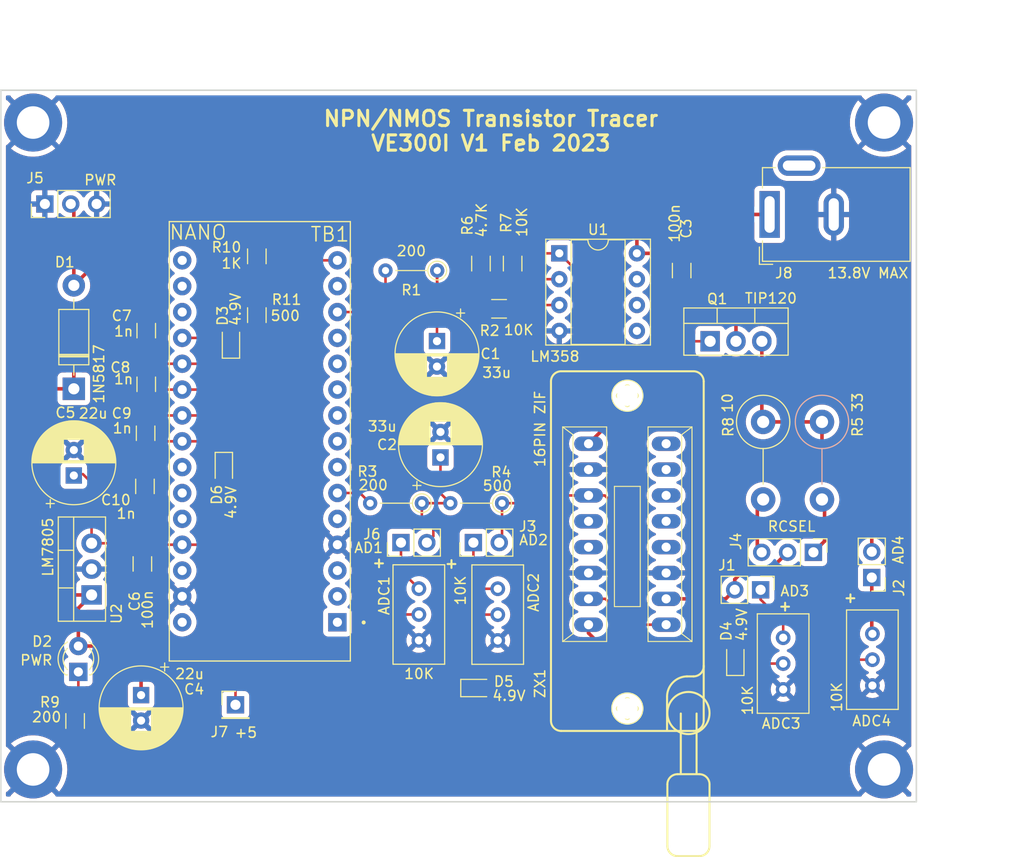
<source format=kicad_pcb>
(kicad_pcb (version 20211014) (generator pcbnew)
  (layers (0 "F.Cu" signal) (31 "B.Cu" signal) (34 "B.Paste" user) (35 "F.Paste" user) (36 "B.SilkS" user "B.Silkscreen") (37 "F.SilkS" user "F.Silkscreen") (38 "B.Mask" user) (39 "F.Mask" user) (44 "Edge.Cuts" user))
  (net 0 "")
  (net 1 "5V")
  (net 2 "GND")
  (net 3 "Net-(C2-Pad1)")
  (net 4 "12V")
  (net 5 "Net-(ADC1-Pad3)")
  (net 6 "Net-(D2-Pad1)")
  (net 7 "Net-(J4-Pad1)")
  (net 8 "Vc")
  (net 9 "Net-(J4-Pad3)")
  (net 10 "Net-(Q1-Pad1)")
  (net 11 "Net-(ADC3-Pad3)")
  (net 12 "Net-(R1-Pad2)")
  (net 13 "SUPPLY")
  (net 14 "Net-(R3-Pad2)")
  (net 15 "BASE{slash}GATE")
  (net 16 "Net-(R6-Pad2)")
  (net 17 "ADC4")
  (net 18 "ADC3")
  (net 19 "ADC2")
  (net 20 "ADC1")
  (net 42 "Net-(C1-Pad1)")
  (net 51 "Net-(ADC4-Pad3)")
  (net 52 "Net-(ADC2-Pad3)")
  (net 53 "VIN")
  (net 54 "Net-(J2-Pad2)")
  (net 55 "Net-(R10-Pad1)")
  (footprint "Capacitor_SMD:C_1206_3216Metric" (layer "F.Cu") (at 98.552 74.041 90)
    (fp_text reference "C7" (at 1.4605 -2.413 180) (layer "F.SilkS"))
    (fp_text value "1n" (at -0.0635 -2.2225 180) (layer "F.SilkS"))
    (pad "1" smd roundrect (at -1.475 0 90) (size 1.15 1.8) (layers "F.Cu" "F.Paste" "F.Mask") (roundrect_rratio 0.217391) (net 20 "ADC1"))
    (pad "2" smd roundrect (at 1.475 0 90) (size 1.15 1.8) (layers "F.Cu" "F.Paste" "F.Mask") (roundrect_rratio 0.217391) (net 2 "GND"))
  )
  (footprint "MountingHole:MountingHole_3.2mm_M3_ISO7380_Pad_TopBottom" (layer "F.Cu") (at 171.0055 117.1575)
    (fp_text reference "H4" hide)
    (fp_text value "MountingHole" hide)
    (pad "1" connect circle (at 0 0) (size 5.7 5.7) (layers "B.Cu" "B.Mask") (net 2 "GND"))
    (pad "1" connect circle (at 0 0) (size 5.7 5.7) (layers "F.Cu" "F.Mask") (net 2 "GND"))
    (pad "1" thru_hole circle (at 0 0) (size 3.6 3.6) (drill 3.2) (layers *.Cu *.Mask) (net 2 "GND"))
  )
  (footprint "Diode_THT:D_DO-41_SOD81_P10.16mm_Horizontal" (layer "F.Cu") (at 91.44 79.756 90)
    (fp_text reference "D1" (at 12.446 -0.889 180) (layer "F.SilkS"))
    (fp_text value "1N5817" (at 1.4605 2.4765 90) (layer "F.SilkS"))
    (pad "1" thru_hole rect (at 0 0 90) (size 2.2 2.2) (drill 1.1) (layers *.Cu *.Mask) (net 4 "12V"))
    (pad "2" thru_hole oval (at 10.16 0 90) (size 2.2 2.2) (drill 1.1) (layers *.Cu *.Mask) (net 53 "VIN"))
  )
  (footprint "MountingHole:MountingHole_3.2mm_M3_ISO7380_Pad_TopBottom" (layer "F.Cu") (at 87.4395 117.1575)
    (fp_text reference "H1" hide)
    (fp_text value "MountingHole" hide)
    (pad "1" thru_hole circle (at 0 0) (size 3.6 3.6) (drill 3.2) (layers *.Cu *.Mask) (net 2 "GND"))
    (pad "1" connect circle (at 0 0) (size 5.7 5.7) (layers "F.Cu" "F.Mask") (net 2 "GND"))
    (pad "1" connect circle (at 0 0) (size 5.7 5.7) (layers "B.Cu" "B.Mask") (net 2 "GND"))
  )
  (footprint "Resistor_SMD:R_1206_3216Metric_Pad1.30x1.75mm_HandSolder" (layer "F.Cu") (at 109.4105 72.517 -90)
    (fp_text reference "R11" (at -1.524 -2.921 180) (layer "F.SilkS"))
    (fp_text value "500" (at 0.0635 -2.794 180) (layer "F.SilkS"))
    (pad "1" smd roundrect (at -1.55 0 270) (size 1.3 1.75) (layers "F.Cu" "F.Paste" "F.Mask") (roundrect_rratio 0.1923076923) (net 55 "Net-(R10-Pad1)"))
    (pad "2" smd roundrect (at 1.55 0 270) (size 1.3 1.75) (layers "F.Cu" "F.Paste" "F.Mask") (roundrect_rratio 0.1923076923) (net 2 "GND"))
  )
  (footprint "Capacitor_SMD:C_1206_3216Metric" (layer "F.Cu") (at 98.425 89.3445 -90)
    (fp_text reference "C10" (at 1.3335 2.8575 180) (layer "F.SilkS"))
    (fp_text value "1n" (at 2.667 1.8415 180) (layer "F.SilkS"))
    (pad "1" smd roundrect (at -1.475 0 270) (size 1.15 1.8) (layers "F.Cu" "F.Paste" "F.Mask") (roundrect_rratio 0.217391) (net 17 "ADC4"))
    (pad "2" smd roundrect (at 1.475 0 270) (size 1.15 1.8) (layers "F.Cu" "F.Paste" "F.Mask") (roundrect_rratio 0.217391) (net 2 "GND"))
  )
  (footprint "Capacitor_THT:CP_Radial_D8.0mm_P2.50mm" (layer "F.Cu") (at 127.4445 86.496651 90)
    (fp_text reference "C2" (at 1.25 -5.25) (layer "F.SilkS"))
    (fp_text value "33u" (at 3.048 -5.715) (layer "F.SilkS"))
    (pad "1" thru_hole rect (at 0 0 90) (size 1.6 1.6) (drill 0.8) (layers *.Cu *.Mask) (net 3 "Net-(C2-Pad1)"))
    (pad "2" thru_hole circle (at 2.5 0 90) (size 1.6 1.6) (drill 0.8) (layers *.Cu *.Mask) (net 2 "GND"))
  )
  (footprint "Capacitor_SMD:C_1206_3216Metric" (layer "F.Cu") (at 98.171 96.9645 -90)
    (fp_text reference "C6" (at 3.6685 0.762 90) (layer "F.SilkS"))
    (fp_text value "100n" (at 4.494 -0.508 90) (layer "F.SilkS"))
    (pad "1" smd roundrect (at -1.475 0 270) (size 1.15 1.8) (layers "F.Cu" "F.Paste" "F.Mask") (roundrect_rratio 0.2173913043) (net 1 "5V"))
    (pad "2" smd roundrect (at 1.475 0 270) (size 1.15 1.8) (layers "F.Cu" "F.Paste" "F.Mask") (roundrect_rratio 0.2173913043) (net 2 "GND"))
  )
  (footprint "Package_DIP:DIP-8_W7.62mm_Socket" (layer "F.Cu") (at 139.114 66.4455)
    (fp_text reference "U1" (at 3.81 -2.33) (layer "F.SilkS"))
    (fp_text value "LM358" (at -0.43 10.1355) (layer "F.SilkS"))
    (pad "1" thru_hole rect (at 0 0) (size 1.6 1.6) (drill 0.8) (layers *.Cu *.Mask) (net 10 "Net-(Q1-Pad1)"))
    (pad "2" thru_hole oval (at 0 2.54) (size 1.6 1.6) (drill 0.8) (layers *.Cu *.Mask) (net 16 "Net-(R6-Pad2)"))
    (pad "3" thru_hole oval (at 0 5.08) (size 1.6 1.6) (drill 0.8) (layers *.Cu *.Mask) (net 13 "SUPPLY"))
    (pad "4" thru_hole oval (at 0 7.62) (size 1.6 1.6) (drill 0.8) (layers *.Cu *.Mask) (net 2 "GND"))
    (pad "5" thru_hole oval (at 7.62 7.62) (size 1.6 1.6) (drill 0.8) (layers *.Cu *.Mask))
    (pad "6" thru_hole oval (at 7.62 5.08) (size 1.6 1.6) (drill 0.8) (layers *.Cu *.Mask))
    (pad "7" thru_hole oval (at 7.62 2.54) (size 1.6 1.6) (drill 0.8) (layers *.Cu *.Mask))
    (pad "8" thru_hole oval (at 7.62 0) (size 1.6 1.6) (drill 0.8) (layers *.Cu *.Mask) (net 4 "12V"))
  )
  (footprint "Connector_PinHeader_2.54mm:PinHeader_1x02_P2.54mm_Vertical" (layer "F.Cu") (at 169.799 98.303 180)
    (fp_text reference "J2" (at -2.667 -1.011 90) (layer "F.SilkS"))
    (fp_text value "AD4" (at -2.6035 2.7305 90) (layer "F.SilkS"))
    (pad "1" thru_hole rect (at 0 0 180) (size 1.7 1.7) (drill 1) (layers *.Cu *.Mask) (net 51 "Net-(ADC4-Pad3)"))
    (pad "2" thru_hole oval (at 0 2.54 180) (size 1.7 1.7) (drill 1) (layers *.Cu *.Mask) (net 54 "Net-(J2-Pad2)"))
  )
  (footprint "Connector_PinHeader_2.54mm:PinHeader_1x02_P2.54mm_Vertical" (layer "F.Cu") (at 123.566 94.869 90)
    (fp_text reference "J6" (at 0.8255 -2.8525 180) (layer "F.SilkS"))
    (fp_text value "AD1" (at -0.508 -3.17 180) (layer "F.SilkS"))
    (pad "1" thru_hole rect (at 0 0 90) (size 1.7 1.7) (drill 1) (layers *.Cu *.Mask) (net 5 "Net-(ADC1-Pad3)"))
    (pad "2" thru_hole oval (at 0 2.54 90) (size 1.7 1.7) (drill 1) (layers *.Cu *.Mask) (net 3 "Net-(C2-Pad1)"))
  )
  (footprint "Connector_PinHeader_2.54mm:PinHeader_1x03_P2.54mm_Vertical" (layer "F.Cu") (at 88.5975 61.595 90)
    (fp_text reference "J5" (at 2.54 -0.9675 180) (layer "F.SilkS"))
    (fp_text value "PWR" (at 2.3495 5.446 180) (layer "F.SilkS"))
    (pad "1" thru_hole rect (at 0 0 90) (size 1.7 1.7) (drill 1) (layers *.Cu *.Mask) (net 2 "GND"))
    (pad "2" thru_hole oval (at 0 2.54 90) (size 1.7 1.7) (drill 1) (layers *.Cu *.Mask) (net 53 "VIN"))
    (pad "3" thru_hole oval (at 0 5.08 90) (size 1.7 1.7) (drill 1) (layers *.Cu *.Mask) (net 2 "GND"))
  )
  (footprint "Capacitor_SMD:C_1206_3216Metric_Pad1.33x1.80mm_HandSolder" (layer "F.Cu") (at 151.13 68.1355 -90)
    (fp_text reference "C3" (at -4.1275 -0.4445 90) (layer "F.SilkS"))
    (fp_text value "100n" (at -4.6355 0.6985 90) (layer "F.SilkS"))
    (pad "1" smd roundrect (at -1.5625 0 270) (size 1.325 1.8) (layers "F.Cu" "F.Paste" "F.Mask") (roundrect_rratio 0.1886792453) (net 4 "12V"))
    (pad "2" smd roundrect (at 1.5625 0 270) (size 1.325 1.8) (layers "F.Cu" "F.Paste" "F.Mask") (roundrect_rratio 0.1886792453) (net 2 "GND"))
  )
  (footprint "Resistor_SMD:R_1206_3216Metric_Pad1.30x1.75mm_HandSolder" (layer "F.Cu") (at 133.1985 71.8965)
    (fp_text reference "R2" (at -0.928 2.1445) (layer "F.SilkS"))
    (fp_text value "10K" (at 1.9295 2.081) (layer "F.SilkS"))
    (pad "1" smd roundrect (at -1.55 0) (size 1.3 1.75) (layers "F.Cu" "F.Paste" "F.Mask") (roundrect_rratio 0.1923076923) (net 42 "Net-(C1-Pad1)"))
    (pad "2" smd roundrect (at 1.55 0) (size 1.3 1.75) (layers "F.Cu" "F.Paste" "F.Mask") (roundrect_rratio 0.1923076923) (net 13 "SUPPLY"))
  )
  (footprint "Capacitor_SMD:C_1206_3216Metric" (layer "F.Cu") (at 98.4885 84.123 -90)
    (fp_text reference "C9" (at -1.954 2.3495 180) (layer "F.SilkS"))
    (fp_text value "1n" (at -0.4935 2.286 180) (layer "F.SilkS"))
    (pad "1" smd roundrect (at -1.475 0 270) (size 1.15 1.8) (layers "F.Cu" "F.Paste" "F.Mask") (roundrect_rratio 0.217391) (net 18 "ADC3"))
    (pad "2" smd roundrect (at 1.475 0 270) (size 1.15 1.8) (layers "F.Cu" "F.Paste" "F.Mask") (roundrect_rratio 0.217391) (net 2 "GND"))
  )
  (footprint "Capacitor_THT:CP_Radial_D8.0mm_P2.50mm" (layer "F.Cu") (at 98.044 109.855 -90)
    (fp_text reference "C4" (at -0.5715 -5.207) (layer "F.SilkS"))
    (fp_text value "22u" (at -2.085849 -4.7625) (layer "F.SilkS"))
    (pad "1" thru_hole rect (at 0 0 270) (size 1.6 1.6) (drill 0.8) (layers *.Cu *.Mask) (net 4 "12V"))
    (pad "2" thru_hole circle (at 2.5 0 270) (size 1.6 1.6) (drill 0.8) (layers *.Cu *.Mask) (net 2 "GND"))
  )
  (footprint "Package_TO_SOT_THT:TO-220-3_Vertical" (layer "F.Cu") (at 153.924 75.0845)
    (fp_text reference "Q1" (at 0.6985 -4.155 180) (layer "F.SilkS"))
    (fp_text value "TIP120" (at 5.969 -4.2185 180) (layer "F.SilkS"))
    (pad "1" thru_hole rect (at 0 0) (size 1.905 2) (drill 1.1) (layers *.Cu *.Mask) (net 10 "Net-(Q1-Pad1)"))
    (pad "2" thru_hole oval (at 2.54 0) (size 1.905 2) (drill 1.1) (layers *.Cu *.Mask) (net 4 "12V"))
    (pad "3" thru_hole oval (at 5.08 0) (size 1.905 2) (drill 1.1) (layers *.Cu *.Mask) (net 54 "Net-(J2-Pad2)"))
  )
  (footprint "Diode_SMD:D_SOD-323" (layer "F.Cu") (at 130.937 109.1565)
    (fp_text reference "D5" (at 2.7305 -0.635) (layer "F.SilkS"))
    (fp_text value "4.9V" (at 3.2385 0.762) (layer "F.SilkS"))
    (pad "1" smd rect (at -1.05 0) (size 0.6 0.45) (layers "F.Cu" "F.Paste" "F.Mask") (net 19 "ADC2"))
    (pad "2" smd rect (at 1.05 0) (size 0.6 0.45) (layers "F.Cu" "F.Paste" "F.Mask") (net 2 "GND"))
  )
  (footprint "Diode_SMD:D_SOD-323" (layer "F.Cu") (at 106.172 87.503 -90)
    (fp_text reference "D6" (at 2.667 0.6985 90) (layer "F.SilkS"))
    (fp_text value "4.9V" (at 3.429 -0.6985 90) (layer "F.SilkS"))
    (pad "1" smd rect (at -1.05 0 270) (size 0.6 0.45) (layers "F.Cu" "F.Paste" "F.Mask") (net 17 "ADC4"))
    (pad "2" smd rect (at 1.05 0 270) (size 0.6 0.45) (layers "F.Cu" "F.Paste" "F.Mask") (net 2 "GND"))
  )
  (footprint "Connector_PinHeader_2.54mm:PinHeader_1x02_P2.54mm_Vertical" (layer "F.Cu") (at 158.882 99.5045 -90)
    (fp_text reference "J1" (at -2.413 3.307 180) (layer "F.SilkS"))
    (fp_text value "AD3" (at 0.127 -3.3605 180) (layer "F.SilkS"))
    (pad "1" thru_hole rect (at 0 0 270) (size 1.7 1.7) (drill 1) (layers *.Cu *.Mask) (net 11 "Net-(ADC3-Pad3)"))
    (pad "2" thru_hole oval (at 0 2.54 270) (size 1.7 1.7) (drill 1) (layers *.Cu *.Mask) (net 8 "Vc"))
  )
  (footprint "Resistor_THT:R_Axial_DIN0516_L15.5mm_D5.0mm_P7.62mm_Vertical" (layer "F.Cu") (at 159.131 83.0095 -90)
    (fp_text reference "R8" (at 0.493 3.429 90) (layer "F.SilkS"))
    (fp_text value "10" (at -1.8565 3.4925 90) (layer "F.SilkS"))
    (pad "1" thru_hole circle (at 0 0 270) (size 2.4 2.4) (drill 1.2) (layers *.Cu *.Mask) (net 54 "Net-(J2-Pad2)"))
    (pad "2" thru_hole oval (at 7.62 0 270) (size 2.4 2.4) (drill 1.2) (layers *.Cu *.Mask) (net 9 "Net-(J4-Pad3)"))
  )
  (footprint "Diode_SMD:D_SOD-323" (layer "F.Cu") (at 106.8705 75.2475 90)
    (fp_text reference "D3" (at 2.667 -0.8255 90) (layer "F.SilkS"))
    (fp_text value "4.9V" (at 3.302 0.4445 90) (layer "F.SilkS"))
    (pad "1" smd rect (at -1.05 0 90) (size 0.6 0.45) (layers "F.Cu" "F.Paste" "F.Mask") (net 20 "ADC1"))
    (pad "2" smd rect (at 1.05 0 90) (size 0.6 0.45) (layers "F.Cu" "F.Paste" "F.Mask") (net 2 "GND"))
  )
  (footprint "Resistor_THT:R_Axial_DIN0204_L3.6mm_D1.6mm_P5.08mm_Vertical" (layer "F.Cu") (at 133.4905 90.9955 180)
    (fp_text reference "R4" (at 0.077 3.048 180) (layer "F.SilkS"))
    (fp_text value "500" (at 0.458 1.7145) (layer "F.SilkS"))
    (pad "1" thru_hole circle (at 0 0 180) (size 1.4 1.4) (drill 0.7) (layers *.Cu *.Mask) (net 15 "BASE{slash}GATE"))
    (pad "2" thru_hole oval (at 5.08 0 180) (size 1.4 1.4) (drill 0.7) (layers *.Cu *.Mask) (net 3 "Net-(C2-Pad1)"))
  )
  (footprint "Connector_BarrelJack:BarrelJack_GCT_DCJ200-10-A_Horizontal" (layer "F.Cu") (at 159.766 62.626 90)
    (fp_text reference "J8" (at -5.7635 1.397) (layer "F.SilkS"))
    (fp_text value "13.8V MAX" (at -5.7635 9.652) (layer "F.SilkS"))
    (pad "1" thru_hole rect (at 0 0 90) (size 4.6 2) (drill oval 3.6 1) (layers *.Cu *.Mask) (net 53 "VIN"))
    (pad "2" thru_hole oval (at 0 6.3 90) (size 4.2 2) (drill oval 3.2 1) (layers *.Cu *.Mask) (net 2 "GND"))
    (pad "3" thru_hole oval (at 4.8 2.9 90) (size 2 4.2) (drill oval 1 3.2) (layers *.Cu *.Mask))
  )
  (footprint "Connector_PinHeader_2.54mm:PinHeader_1x02_P2.54mm_Vertical" (layer "F.Cu") (at 130.678 94.869 90)
    (fp_text reference "J3" (at 1.5875 5.339 180) (layer "F.SilkS"))
    (fp_text value "AD2" (at 0.254 5.9105 180) (layer "F.SilkS"))
    (pad "1" thru_hole rect (at 0 0 90) (size 1.7 1.7) (drill 1) (layers *.Cu *.Mask) (net 52 "Net-(ADC2-Pad3)"))
    (pad "2" thru_hole oval (at 0 2.54 90) (size 1.7 1.7) (drill 1) (layers *.Cu *.Mask) (net 15 "BASE{slash}GATE"))
  )
  (footprint "Resistor_SMD:R_1206_3216Metric_Pad1.30x1.75mm_HandSolder" (layer "F.Cu") (at 134.532 67.4515 90)
    (fp_text reference "R7" (at 4.0005 -0.635 90) (layer "F.SilkS"))
    (fp_text value "10K" (at 4.0785 0.9135 90) (layer "F.SilkS"))
    (pad "1" smd roundrect (at -1.55 0 90) (size 1.3 1.75) (layers "F.Cu" "F.Paste" "F.Mask") (roundrect_rratio 0.1923076923) (net 16 "Net-(R6-Pad2)"))
    (pad "2" smd roundrect (at 1.55 0 90) (size 1.3 1.75) (layers "F.Cu" "F.Paste" "F.Mask") (roundrect_rratio 0.1923076923) (net 10 "Net-(Q1-Pad1)"))
  )
  (footprint "Capacitor_SMD:C_1206_3216Metric" (layer "F.Cu") (at 98.552 79.3115 -90)
    (fp_text reference "C8" (at -1.651 2.54 180) (layer "F.SilkS"))
    (fp_text value "1n" (at -0.508 2.2225 180) (layer "F.SilkS"))
    (pad "1" smd roundrect (at -1.475 0 270) (size 1.15 1.8) (layers "F.Cu" "F.Paste" "F.Mask") (roundrect_rratio 0.217391) (net 19 "ADC2"))
    (pad "2" smd roundrect (at 1.475 0 270) (size 1.15 1.8) (layers "F.Cu" "F.Paste" "F.Mask") (roundrect_rratio 0.217391) (net 2 "GND"))
  )
  (footprint "LED_THT:LED_D3.0mm" (layer "F.Cu") (at 91.8845 107.574 90)
    (fp_text reference "D2" (at 2.9895 -3.556 180) (layer "F.SilkS"))
    (fp_text value "PWR" (at 1.148 -4.1275 180) (layer "F.SilkS"))
    (pad "1" thru_hole rect (at 0 0 90) (size 1.8 1.8) (drill 0.9) (layers *.Cu *.Mask) (net 6 "Net-(D2-Pad1)"))
    (pad "2" thru_hole circle (at 2.54 0 90) (size 1.8 1.8) (drill 0.9) (layers *.Cu *.Mask) (net 4 "12V"))
  )
  (footprint "Connector_PinHeader_2.54mm:PinHeader_1x01_P2.54mm_Vertical" (layer "F.Cu") (at 107.315 110.8075)
    (fp_text reference "J7" (at -1.5875 2.667) (layer "F.SilkS"))
    (fp_text value "+5" (at 1.016 2.7305) (layer "F.SilkS"))
    (pad "1" thru_hole rect (at 0 0) (size 1.7 1.7) (drill 1) (layers *.Cu *.Mask) (net 1 "5V"))
  )
  (footprint "MountingHole:MountingHole_3.2mm_M3_ISO7380_Pad_TopBottom" (layer "F.Cu") (at 87.4395 53.594)
    (fp_text reference "H2" hide)
    (fp_text value "MountingHole" hide)
    (pad "1" connect circle (at 0 0) (size 5.7 5.7) (layers "B.Cu" "B.Mask") (net 2 "GND"))
    (pad "1" connect circle (at 0 0) (size 5.7 5.7) (layers "F.Cu" "F.Mask") (net 2 "GND"))
    (pad "1" thru_hole circle (at 0 0) (size 3.6 3.6) (drill 3.2) (layers *.Cu *.Mask) (net 2 "GND"))
  )
  (footprint "Resistor_SMD:R_1206_3216Metric_Pad1.30x1.75mm_HandSolder" (layer "F.Cu") (at 109.4105 66.7385 90)
    (fp_text reference "R10" (at 0.889 -2.9845 180) (layer "F.SilkS"))
    (fp_text value "1K" (at -0.6985 -2.4765 180) (layer "F.SilkS"))
    (pad "1" smd roundrect (at -1.55 0 90) (size 1.3 1.75) (layers "F.Cu" "F.Paste" "F.Mask") (roundrect_rratio 0.1923076923) (net 55 "Net-(R10-Pad1)"))
    (pad "2" smd roundrect (at 1.55 0 90) (size 1.3 1.75) (layers "F.Cu" "F.Paste" "F.Mask") (roundrect_rratio 0.1923076923) (net 4 "12V"))
  )
  (footprint "Custom_RF:16Pin ZIF" (layer "F.Cu") (at 145.796 94.0435 90)
    (fp_text reference "ZX1" (at -14.6685 -8.5725 270) (layer "F.SilkS"))
    (fp_text value "16PIN ZIF" (at 10.3505 -8.5725 270) (layer "F.SilkS"))
    (pad "" np_thru_hole circle (at 13.62 0 90) (size 2 2) (drill 2) (layers *.Cu *.Mask))
    (pad "" np_thru_hole circle (at -17.12 0 90) (size 2 2) (drill 2) (layers *.Cu *.Mask))
    (pad "1" thru_hole oval (at -8.89 3.81 90) (size 1.408 2.816) (drill 0.9) (layers *.Cu *.Mask) (net 15 "BASE{slash}GATE"))
    (pad "2" thru_hole oval (at -6.35 3.81 90) (size 1.408 2.816) (drill 0.9) (layers *.Cu *.Mask) (net 8 "Vc"))
    (pad "3" thru_hole oval (at -3.81 3.81 90) (size 1.408 2.816) (drill 0.9) (layers *.Cu *.Mask) (net 2 "GND"))
    (pad "4" thru_hole oval (at -1.27 3.81 90) (size 1.408 2.816) (drill 0.9) (layers *.Cu *.Mask))
    (pad "5" thru_hole oval (at 1.27 3.81 90) (size 1.408 2.816) (drill 0.9) (layers *.Cu *.Mask))
    (pad "6" thru_hole oval (at 3.81 3.81 90) (size 1.408 2.816) (drill 0.9) (layers *.Cu *.Mask))
    (pad "7" thru_hole oval (at 6.35 3.81 90) (size 1.408 2.816) (drill 0.9) (layers *.Cu *.Mask))
    (pad "8" thru_hole oval (at 8.89 3.81 90) (size 1.408 2.816) (drill 0.9) (layers *.Cu *.Mask))
    (pad "9" thru_hole oval (at 8.89 -3.81 90) (size 1.408 2.816) (drill 0.9) (layers *.Cu *.Mask) (net 8 "Vc"))
    (pad "10" thru_hole oval (at 6.35 -3.81 90) (size 1.408 2.816) (drill 0.9) (layers *.Cu *.Mask) (net 2 "GND"))
    (pad "11" thru_hole oval (at 3.81 -3.81 90) (size 1.408 2.816) (drill 0.9) (layers *.Cu *.Mask) (net 15 "BASE{slash}GATE"))
    (pad "12" thru_hole oval (at 1.27 -3.81 90) (size 1.408 2.816) (drill 0.9) (layers *.Cu *.Mask))
    (pad "13" thru_hole oval (at -1.27 -3.81 90) (size 1.408 2.816) (drill 0.9) (layers *.Cu *.Mask))
    (pad "14" thru_hole oval (at -3.81 -3.81 90) (size 1.408 2.816) (drill 0.9) (layers *.Cu *.Mask) (net 2 "GND"))
    (pad "15" thru_hole oval (at -6.35 -3.81 90) (size 1.408 2.816) (drill 0.9) (layers *.Cu *.Mask) (net 15 "BASE{slash}GATE"))
    (pad "16" thru_hole oval (at -8.89 -3.81 90) (size 1.408 2.816) (drill 0.9) (layers *.Cu *.Mask) (net 8 "Vc"))
  )
  (footprint "Potentiometer_THT:Potentiometer_Bourns_3296W_Vertical" (layer "F.Cu") (at 125.3245 104.472 -90)
    (fp_text reference "ADC1" (at -4.396 3.4045 -90) (layer "F.SilkS"))
    (fp_text value "10K" (at 3.2875 -0.0245) (layer "F.SilkS"))
    (pad "1" thru_hole circle (at 0 0 270) (size 1.44 1.44) (drill 0.8) (layers *.Cu *.Mask) (net 2 "GND"))
    (pad "2" thru_hole circle (at -2.54 0 270) (size 1.44 1.44) (drill 0.8) (layers *.Cu *.Mask) (net 20 "ADC1"))
    (pad "3" thru_hole circle (at -5.08 0 270) (size 1.44 1.44) (drill 0.8) (layers *.Cu *.Mask) (net 5 "Net-(ADC1-Pad3)"))
  )
  (footprint "Diode_SMD:D_SOD-323" (layer "F.Cu") (at 156.4005 106.426 90)
    (fp_text reference "D4" (at 2.8575 -0.889 90) (layer "F.SilkS"))
    (fp_text value "4.9V" (at 3.4925 0.635 90) (layer "F.SilkS"))
    (pad "1" smd rect (at -1.05 0 90) (size 0.6 0.45) (layers "F.Cu" "F.Paste" "F.Mask") (net 18 "ADC3"))
    (pad "2" smd rect (at 1.05 0 90) (size 0.6 0.45) (layers "F.Cu" "F.Paste" "F.Mask") (net 2 "GND"))
  )
  (footprint "Potentiometer_THT:Potentiometer_Bourns_3296W_Vertical" (layer "F.Cu") (at 161.0995 109.2935 -90)
    (fp_text reference "ADC3" (at 3.3555 0.1905 180) (layer "F.SilkS"))
    (fp_text value "10K" (at 1.0695 3.4925 -90) (layer "F.SilkS"))
    (pad "1" thru_hole circle (at 0 0 270) (size 1.44 1.44) (drill 0.8) (layers *.Cu *.Mask) (net 2 "GND"))
    (pad "2" thru_hole circle (at -2.54 0 270) (size 1.44 1.44) (drill 0.8) (layers *.Cu *.Mask) (net 18 "ADC3"))
    (pad "3" thru_hole circle (at -5.08 0 270) (size 1.44 1.44) (drill 0.8) (layers *.Cu *.Mask) (net 11 "Net-(ADC3-Pad3)"))
  )
  (footprint "Resistor_SMD:R_1206_3216Metric_Pad1.30x1.75mm_HandSolder" (layer "F.Cu") (at 131.4205 67.4515 -90)
    (fp_text reference "R6" (at -3.7465 1.3335 90) (layer "F.SilkS"))
    (fp_text value "4.7K" (at -4.269 -0.0635 90) (layer "F.SilkS"))
    (pad "1" smd roundrect (at -1.55 0 270) (size 1.3 1.75) (layers "F.Cu" "F.Paste" "F.Mask") (roundrect_rratio 0.1923076923) (net 2 "GND"))
    (pad "2" smd roundrect (at 1.55 0 270) (size 1.3 1.75) (layers "F.Cu" "F.Paste" "F.Mask") (roundrect_rratio 0.1923076923) (net 16 "Net-(R6-Pad2)"))
  )
  (footprint "Connector_PinHeader_2.54mm:PinHeader_1x03_P2.54mm_Vertical" (layer "F.Cu") (at 164.069 95.8215 -90)
    (fp_text reference "J4" (at -1.0795 7.605 90) (layer "F.SilkS"))
    (fp_text value "RCSEL" (at -2.54 2.144) (layer "F.SilkS"))
    (pad "1" thru_hole rect (at 0 0 270) (size 1.7 1.7) (drill 1) (layers *.Cu *.Mask) (net 7 "Net-(J4-Pad1)"))
    (pad "2" thru_hole oval (at 0 2.54 270) (size 1.7 1.7) (drill 1) (layers *.Cu *.Mask) (net 8 "Vc"))
    (pad "3" thru_hole oval (at 0 5.08 270) (size 1.7 1.7) (drill 1) (layers *.Cu *.Mask) (net 9 "Net-(J4-Pad3)"))
  )
  (footprint "Package_TO_SOT_THT:TO-220-3_Vertical" (layer "F.Cu") (at 93.182 100.0125 90)
    (fp_text reference "U2" (at -1.8415 2.449 90) (layer "F.SilkS"))
    (fp_text value "LM7805" (at 4.699 -4.282 90) (layer "F.SilkS"))
    (pad "1" thru_hole rect (at 0 0 90) (size 1.905 2) (drill 1.1) (layers *.Cu *.Mask) (net 4 "12V"))
    (pad "2" thru_hole oval (at 2.54 0 90) (size 1.905 2) (drill 1.1) (layers *.Cu *.Mask) (net 2 "GND"))
    (pad "3" thru_hole oval (at 5.08 0 90) (size 1.905 2) (drill 1.1) (layers *.Cu *.Mask) (net 1 "5V"))
  )
  (footprint "Microcontrollers:SHIELD_ARDUINO_NANO" (layer "F.Cu") (at 109.7035 84.914 180)
    (fp_text reference "TB1" (at -6.8825 20.3345 180) (layer "F.SilkS") (effects (font (size 1.4 1.4))))
    (fp_text value "NANO" (at 6.0715 20.525 180) (layer "F.SilkS") (effects (font (size 1.4 1.4))))
    (pad "1" thru_hole rect (at -7.62 -17.78 180) (size 1.8 1.8) (drill 0.9) (layers *.Cu *.Mask))
    (pad "2" thru_hole circle (at -7.62 -15.24 180) (size 1.8 1.8) (drill 0.9) (layers *.Cu *.Mask))
    (pad "3" thru_hole circle (at -7.62 -12.7 180) (size 1.8 1.8) (drill 0.9) (layers *.Cu *.Mask))
    (pad "4" thru_hole circle (at -7.62 -10.16 180) (size 1.8 1.8) (drill 0.9) (layers *.Cu *.Mask) (net 2 "GND"))
    (pad "5" thru_hole circle (at -7.62 -7.62 180) (size 1.8 1.8) (drill 0.9) (layers *.Cu *.Mask))
    (pad "6" thru_hole circle (at -7.62 -5.08 180) (size 1.8 1.8) (drill 0.9) (layers *.Cu *.Mask) (net 14 "Net-(R3-Pad2)"))
    (pad "7" thru_hole circle (at -7.62 -2.54 180) (size 1.8 1.8) (drill 0.9) (layers *.Cu *.Mask))
    (pad "8" thru_hole circle (at -7.62 0 180) (size 1.8 1.8) (drill 0.9) (layers *.Cu *.Mask))
    (pad "9" thru_hole circle (at -7.62 2.54 180) (size 1.8 1.8) (drill 0.9) (layers *.Cu *.Mask))
    (pad "10" thru_hole circle (at -7.62 5.08 180) (size 1.8 1.8) (drill 0.9) (layers *.Cu *.Mask))
    (pad "11" thru_hole circle (at -7.62 7.62 180) (size 1.8 1.8) (drill 0.9) (layers *.Cu *.Mask))
    (pad "12" thru_hole circle (at -7.62 10.16 180) (size 1.8 1.8) (drill 0.9) (layers *.Cu *.Mask))
    (pad "13" thru_hole circle (at -7.62 12.7 180) (size 1.8 1.8) (drill 0.9) (layers *.Cu *.Mask) (net 12 "Net-(R1-Pad2)"))
    (pad "14" thru_hole circle (at -7.62 15.24 180) (size 1.8 1.8) (drill 0.9) (layers *.Cu *.Mask))
    (pad "15" thru_hole circle (at -7.62 17.78 180) (size 1.8 1.8) (drill 0.9) (layers *.Cu *.Mask) (net 55 "Net-(R10-Pad1)"))
    (pad "16" thru_hole circle (at 7.62 17.78 180) (size 1.8 1.8) (drill 0.9) (layers *.Cu *.Mask))
    (pad "17" thru_hole circle (at 7.62 15.24 180) (size 1.8 1.8) (drill 0.9) (layers *.Cu *.Mask))
    (pad "18" thru_hole circle (at 7.62 12.7 180) (size 1.8 1.8) (drill 0.9) (layers *.Cu *.Mask))
    (pad "19" thru_hole circle (at 7.62 10.16 180) (size 1.8 1.8) (drill 0.9) (layers *.Cu *.Mask) (net 55 "Net-(R10-Pad1)"))
    (pad "20" thru_hole circle (at 7.62 7.62 180) (size 1.8 1.8) (drill 0.9) (layers *.Cu *.Mask) (net 20 "ADC1"))
    (pad "21" thru_hole circle (at 7.62 5.08 180) (size 1.8 1.8) (drill 0.9) (layers *.Cu *.Mask) (net 19 "ADC2"))
    (pad "22" thru_hole circle (at 7.62 2.54 180) (size 1.8 1.8) (drill 0.9) (layers *.Cu *.Mask) (net 18 "ADC3"))
    (pad "23" thru_hole circle (at 7.62 0 180) (size 1.8 1.8) (drill 0.9) (layers *.Cu *.Mask) (net 17 "ADC4"))
    (pad "24" thru_hole circle (at 7.62 -2.54 180) (size 1.8 1.8) (drill 0.9) (layers *.Cu *.Mask))
    (pad "25" thru_hole circle (at 7.62 -5.08 180) (size 1.8 1.8) (drill 0.9) (layers *.Cu *.Mask))
    (pad "26" thru_hole circle (at 7.62 -7.62 180) (size 1.8 1.8) (drill 0.9) (layers *.Cu *.Mask))
    (pad "27" thru_hole circle (at 7.62 -10.16 180) (size 1.8 1.8) (drill 0.9) (layers *.Cu *.Mask) (net 1 "5V"))
    (pad "28" thru_hole circle (at 7.62 -12.7 180) (size 1.8 1.8) (drill 0.9) (layers *.Cu *.Mask))
    (pad "29" thru_hole circle (at 7.62 -15.24 180) (size 1.8 1.8) (drill 0.9) (layers *.Cu *.Mask) (net 2 "GND"))
    (pad "30" thru_hole circle (at 7.62 -17.78 180) (size 1.8 1.8) (drill 0.9) (layers *.Cu *.Mask))
  )
  (footprint "Potentiometer_THT:Potentiometer_Bourns_3296W_Vertical" (layer "F.Cu") (at 133.0715 104.482 -90)
    (fp_text reference "ADC2" (at -4.7235 -3.517 -90) (layer "F.SilkS"))
    (fp_text value "10K" (at -4.914 3.6585 -90) (layer "F.SilkS"))
    (pad "1" thru_hole circle (at 0 0 270) (size 1.44 1.44) (drill 0.8) (layers *.Cu *.Mask) (net 2 "GND"))
    (pad "2" thru_hole circle (at -2.54 0 270) (size 1.44 1.44) (drill 0.8) (layers *.Cu *.Mask) (net 19 "ADC2"))
    (pad "3" thru_hole circle (at -5.08 0 270) (size 1.44 1.44) (drill 0.8) (layers *.Cu *.Mask) (net 52 "Net-(ADC2-Pad3)"))
  )
  (footprint "Resistor_THT:R_Axial_DIN0204_L3.6mm_D1.6mm_P5.08mm_Vertical" (layer "F.Cu") (at 125.6165 90.9955 180)
    (fp_text reference "R3" (at 5.3475 3.1115 180) (layer "F.SilkS"))
    (fp_text value "200" (at 4.776 1.778) (layer "F.SilkS"))
    (pad "1" thru_hole circle (at 0 0 180) (size 1.4 1.4) (drill 0.7) (layers *.Cu *.Mask) (net 3 "Net-(C2-Pad1)"))
    (pad "2" thru_hole oval (at 5.08 0 180) (size 1.4 1.4) (drill 0.7) (layers *.Cu *.Mask) (net 14 "Net-(R3-Pad2)"))
  )
  (footprint "MountingHole:MountingHole_3.2mm_M3_ISO7380_Pad_TopBottom" (layer "F.Cu") (at 171.0055 53.594)
    (fp_text reference "H3" hide)
    (fp_text value "MountingHole" hide)
    (pad "1" connect circle (at 0 0) (size 5.7 5.7) (layers "B.Cu" "B.Mask") (net 2 "GND"))
    (pad "1" thru_hole circle (at 0 0) (size 3.6 3.6) (drill 3.2) (layers *.Cu *.Mask) (net 2 "GND"))
    (pad "1" connect circle (at 0 0) (size 5.7 5.7) (layers "F.Cu" "F.Mask") (net 2 "GND"))
  )
  (footprint "Resistor_SMD:R_1206_3216Metric_Pad1.30x1.75mm_HandSolder" (layer "F.Cu") (at 91.567 112.395 90)
    (fp_text reference "R9" (at 1.8415 -2.4765 180) (layer "F.SilkS"))
    (fp_text value "200" (at 0.381 -2.794 180) (layer "F.SilkS"))
    (pad "1" smd roundrect (at -1.55 0 90) (size 1.3 1.75) (layers "F.Cu" "F.Paste" "F.Mask") (roundrect_rratio 0.1923076923) (net 2 "GND"))
    (pad "2" smd roundrect (at 1.55 0 90) (size 1.3 1.75) (layers "F.Cu" "F.Paste" "F.Mask") (roundrect_rratio 0.1923076923) (net 6 "Net-(D2-Pad1)"))
  )
  (footprint "Potentiometer_THT:Potentiometer_Bourns_3296W_Vertical" (layer "F.Cu") (at 169.8625 108.9125 -90)
    (fp_text reference "ADC4" (at 3.4825 0.0635) (layer "F.SilkS"))
    (fp_text value "10K" (at 1.133 3.4925 -90) (layer "F.SilkS"))
    (pad "1" thru_hole circle (at 0 0 270) (size 1.44 1.44) (drill 0.8) (layers *.Cu *.Mask) (net 2 "GND"))
    (pad "2" thru_hole circle (at -2.54 0 270) (size 1.44 1.44) (drill 0.8) (layers *.Cu *.Mask) (net 17 "ADC4"))
    (pad "3" thru_hole circle (at -5.08 0 270) (size 1.44 1.44) (drill 0.8) (layers *.Cu *.Mask) (net 51 "Net-(ADC4-Pad3)"))
  )
  (footprint "Capacitor_THT:CP_Radial_D8.0mm_P2.50mm" (layer "F.Cu") (at 91.44 88.274651 90)
    (fp_text reference "C5" (at 6.169151 -0.8255) (layer "F.SilkS"))
    (fp_text value "22u" (at 6.105651 1.905) (layer "F.SilkS"))
    (pad "1" thru_hole rect (at 0 0 90) (size 1.6 1.6) (drill 0.8) (layers *.Cu *.Mask) (net 1 "5V"))
    (pad "2" thru_hole circle (at 2.5 0 90) (size 1.6 1.6) (drill 0.8) (layers *.Cu *.Mask) (net 2 "GND"))
  )
  (footprint "Capacitor_THT:CP_Radial_D8.0mm_P2.50mm" (layer "F.Cu") (at 127.1025 75.0715 -90)
    (fp_text reference "C1" (at 1.25 -5.25 180) (layer "F.SilkS"))
    (fp_text value "33u" (at 3.097 -5.8665 180) (layer "F.SilkS"))
    (pad "1" thru_hole rect (at 0 0 270) (size 1.6 1.6) (drill 0.8) (layers *.Cu *.Mask) (net 42 "Net-(C1-Pad1)"))
    (pad "2" thru_hole circle (at 2.5 0 270) (size 1.6 1.6) (drill 0.8) (layers *.Cu *.Mask) (net 2 "GND"))
  )
  (footprint "Resistor_THT:R_Axial_DIN0204_L3.6mm_D1.6mm_P5.08mm_Vertical" (layer "F.Cu") (at 127.127 68.1355 180)
    (fp_text reference "R1" (at 2.54 -1.92) (layer "F.SilkS"))
    (fp_text value "200" (at 2.54 1.92) (layer "F.SilkS"))
    (pad "1" thru_hole circle (at 0 0 180) (size 1.4 1.4) (drill 0.7) (layers *.Cu *.Mask) (net 42 "Net-(C1-Pad1)"))
    (pad "2" thru_hole oval (at 5.08 0 180) (size 1.4 1.4) (drill 0.7) (layers *.Cu *.Mask) (net 12 "Net-(R1-Pad2)"))
  )
  (footprint "Resistor_THT:R_Axial_DIN0516_L15.5mm_D5.0mm_P7.62mm_Vertical" (layer "B.Cu") (at 164.9095 83.0095 -90)
    (fp_text reference "R5" (at 0.493 -3.4925 90) (layer "F.SilkS"))
    (fp_text value "33" (at -1.92 -3.4925 -90) (layer "F.SilkS"))
    (pad "1" thru_hole circle (at 0 0 270) (size 2.4 2.4) (drill 1.2) (layers *.Cu *.Mask) (net 54 "Net-(J2-Pad2)"))
    (pad "2" thru_hole oval (at 7.62 0 270) (size 2.4 2.4) (drill 1.2) (layers *.Cu *.Mask) (net 7 "Net-(J4-Pad1)"))
  )
  (gr_rect (start 174.1805 50.419) (end 84.2645 120.3325) (layer "Edge.Cuts") (width 0.15) (fill none))
  (gr_text "+" (at 121.412 96.8375) (layer "F.SilkS") (effects (font (size 1 1) (thickness 0.2))))
  (gr_text "+" (at 128.524 96.901) (layer "F.SilkS") (effects (font (size 1 1) (thickness 0.2))))
  (gr_text "+" (at 167.7035 100.2665) (layer "F.SilkS") (effects (font (size 1 1) (thickness 0.2))))
  (gr_text "+" (at 161.29 101.092) (layer "F.SilkS") (effects (font (size 1 1) (thickness 0.2))))
  (gr_text "NPN/NMOS Transistor Tracer\nVE300I V1 Feb 2023" (at 132.3975 54.4195) (layer "F.SilkS") (effects (font (size 1.5 1.5) (thickness 0.3))))
  (segment (start 97.614 94.9325) (end 98.171 95.4895) (width 0.25) (layer "F.Cu") (net 1))
  (segment (start 107.315 98.425) (end 107.315 110.8075) (width 0.25) (layer "F.Cu") (net 1))
  (segment (start 103.964 95.074) (end 107.315 98.425) (width 0.25) (layer "F.Cu") (net 1))
  (segment (start 93.182 94.9325) (end 97.614 94.9325) (width 0.25) (layer "F.Cu") (net 1))
  (segment (start 102.0835 95.074) (end 103.964 95.074) (width 0.25) (layer "F.Cu") (net 1))
  (segment (start 102.0835 95.074) (end 98.5865 95.074) (width 0.25) (layer "F.Cu") (net 1))
  (segment (start 93.182 88.991) (end 92.329 88.138) (width 0.25) (layer "F.Cu") (net 1))
  (segment (start 93.182 94.9325) (end 93.182 88.991) (width 0.25) (layer "F.Cu") (net 1))
  (segment (start 98.5865 95.074) (end 98.171 95.4895) (width 0.25) (layer "F.Cu") (net 1))
  (segment (start 125.6165 90.9955) (end 125.6165 92.406) (width 0.25) (layer "F.Cu") (net 3))
  (segment (start 126.746 93.5355) (end 126.746 94.229) (width 0.25) (layer "F.Cu") (net 3))
  (segment (start 125.6165 90.9955) (end 128.4105 90.9955) (width 0.25) (layer "F.Cu") (net 3))
  (segment (start 127.4445 90.0295) (end 128.4105 90.9955) (width 0.25) (layer "F.Cu") (net 3))
  (segment (start 127.4445 86.496651) (end 127.4445 90.0295) (width 0.25) (layer "F.Cu") (net 3))
  (segment (start 125.6165 92.406) (end 126.746 93.5355) (width 0.25) (layer "F.Cu") (net 3))
  (segment (start 126.746 94.229) (end 126.106 94.869) (width 0.25) (layer "F.Cu") (net 3))
  (segment (start 86.106 97.5995) (end 88.519 100.0125) (width 0.35) (layer "F.Cu") (net 4))
  (segment (start 91.8845 101.31) (end 91.8845 105.034) (width 0.35) (layer "F.Cu") (net 4))
  (segment (start 156.464 65.0875) (end 156.464 75.0845) (width 0.35) (layer "F.Cu") (net 4))
  (segment (start 95.255 105.034) (end 98.044 107.823) (width 0.35) (layer "F.Cu") (net 4))
  (segment (start 144.7165 60.833) (end 152.2095 60.833) (width 0.35) (layer "F.Cu") (net 4))
  (segment (start 91.44 74.93) (end 94.742 71.628) (width 0.35) (layer "F.Cu") (net 4))
  (segment (start 146.734 62.914) (end 146.734 66.4455) (width 0.35) (layer "F.Cu") (net 4))
  (segment (start 151.0025 66.4455) (end 151.13 66.573) (width 0.35) (layer "F.Cu") (net 4))
  (segment (start 88.519 100.0125) (end 93.182 100.0125) (width 0.35) (layer "F.Cu") (net 4))
  (segment (start 146.734 66.4455) (end 151.0025 66.4455) (width 0.35) (layer "F.Cu") (net 4))
  (segment (start 86.106 82.423) (end 86.106 97.5995) (width 0.35) (layer "F.Cu") (net 4))
  (segment (start 109.4105 62.23) (end 109.4105 65.1885) (width 0.35) (layer "F.Cu") (net 4))
  (segment (start 108.0135 60.833) (end 144.653 60.833) (width 0.35) (layer "F.Cu") (net 4))
  (segment (start 108.0135 60.833) (end 109.4105 62.23) (width 0.35) (layer "F.Cu") (net 4))
  (segment (start 88.773 79.756) (end 86.106 82.423) (width 0.35) (layer "F.Cu") (net 4))
  (segment (start 91.44 79.756) (end 88.773 79.756) (width 0.35) (layer "F.Cu") (net 4))
  (segment (start 94.742 71.628) (end 94.742 68.961) (width 0.35) (layer "F.Cu") (net 4))
  (segment (start 144.7165 60.8965) (end 144.7165 60.833) (width 0.35) (layer "F.Cu") (net 4))
  (segment (start 91.8845 105.034) (end 95.255 105.034) (width 0.35) (layer "F.Cu") (net 4))
  (segment (start 146.734 62.914) (end 144.7165 60.8965) (width 0.35) (layer "F.Cu") (net 4))
  (segment (start 102.87 60.833) (end 108.0135 60.833) (width 0.35) (layer "F.Cu") (net 4))
  (segment (start 152.2095 60.833) (end 156.464 65.0875) (width 0.35) (layer "F.Cu") (net 4))
  (segment (start 98.044 107.823) (end 98.044 109.855) (width 0.35) (layer "F.Cu") (net 4))
  (segment (start 94.742 68.961) (end 102.87 60.833) (width 0.35) (layer "F.Cu") (net 4))
  (segment (start 93.182 100.0125) (end 91.8845 101.31) (width 0.35) (layer "F.Cu") (net 4))
  (segment (start 91.44 79.756) (end 91.44 74.93) (width 0.35) (layer "F.Cu") (net 4))
  (segment (start 123.566 97.6335) (end 125.3245 99.392) (width 0.25) (layer "F.Cu") (net 5))
  (segment (start 123.566 94.869) (end 123.566 97.6335) (width 0.25) (layer "F.Cu") (net 5))
  (segment (start 91.8845 107.574) (end 91.8845 110.5275) (width 0.25) (layer "F.Cu") (net 6))
  (segment (start 91.8845 110.5275) (end 91.567 110.845) (width 0.25) (layer "F.Cu") (net 6))
  (segment (start 164.9095 90.6295) (end 165.1635 90.8835) (width 0.35) (layer "F.Cu") (net 7))
  (segment (start 165.1635 94.727) (end 164.069 95.8215) (width 0.35) (layer "F.Cu") (net 7))
  (segment (start 165.1635 90.8835) (end 165.1635 94.727) (width 0.35) (layer "F.Cu") (net 7))
  (segment (start 157.099 97.7265) (end 159.624 97.7265) (width 0.35) (layer "F.Cu") (net 8))
  (segment (start 141.986 85.1535) (end 144.7165 82.423) (width 0.35) (layer "F.Cu") (net 8))
  (segment (start 144.145 105.918) (end 152.8445 105.918) (width 0.35) (layer "F.Cu") (net 8))
  (segment (start 159.624 97.7265) (end 161.529 95.8215) (width 0.35) (layer "F.Cu") (net 8))
  (segment (start 153.9875 100.3935) (end 155.453 100.3935) (width 0.35) (layer "F.Cu") (net 8))
  (segment (start 141.986 102.9335) (end 141.986 103.759) (width 0.35) (layer "F.Cu") (net 8))
  (segment (start 144.7165 82.423) (end 153.6065 82.423) (width 0.35) (layer "F.Cu") (net 8))
  (segment (start 153.9875 100.711) (end 153.9875 100.3935) (width 0.35) (layer "F.Cu") (net 8))
  (segment (start 156.342 99.5045) (end 156.342 98.4835) (width 0.35) (layer "F.Cu") (net 8))
  (segment (start 153.6065 82.423) (end 153.9875 82.804) (width 0.35) (layer "F.Cu") (net 8))
  (segment (start 152.8445 105.918) (end 153.9875 104.775) (width 0.35) (layer "F.Cu") (net 8))
  (segment (start 156.342 98.4835) (end 157.099 97.7265) (width 0.35) (layer "F.Cu") (net 8))
  (segment (start 141.986 103.759) (end 144.145 105.918) (width 0.35) (layer "F.Cu") (net 8))
  (segment (start 153.9875 104.775) (end 153.9875 100.711) (width 0.35) (layer "F.Cu") (net 8))
  (segment (start 155.453 100.3935) (end 156.342 99.5045) (width 0.35) (layer "F.Cu") (net 8))
  (segment (start 153.9875 82.804) (end 153.9875 100.711) (width 0.35) (layer "F.Cu") (net 8))
  (segment (start 149.606 100.3935) (end 153.9875 100.3935) (width 0.35) (layer "F.Cu") (net 8))
  (segment (start 158.5595 91.201) (end 158.5595 95.392) (width 0.35) (layer "F.Cu") (net 9))
  (segment (start 158.5595 95.392) (end 158.989 95.8215) (width 0.35) (layer "F.Cu") (net 9))
  (segment (start 159.131 90.6295) (end 158.5595 91.201) (width 0.35) (layer "F.Cu") (net 9))
  (segment (start 139.114 66.4455) (end 143.129 70.4605) (width 0.25) (layer "F.Cu") (net 10))
  (segment (start 136.1325 65.9015) (end 136.6765 66.4455) (width 0.25) (layer "F.Cu") (net 10))
  (segment (start 134.532 65.9015) (end 136.1325 65.9015) (width 0.25) (layer "F.Cu") (net 10))
  (segment (start 143.129 70.4605) (end 143.129 76.2) (width 0.25) (layer "F.Cu") (net 10))
  (segment (start 143.129 76.2) (end 143.51 76.581) (width 0.25) (layer "F.Cu") (net 10))
  (segment (start 136.6765 66.4455) (end 139.114 66.4455) (width 0.25) (layer "F.Cu") (net 10))
  (segment (start 143.51 76.581) (end 150.8125 76.581) (width 0.25) (layer "F.Cu") (net 10))
  (segment (start 150.8125 76.581) (end 152.309 75.0845) (width 0.25) (layer "F.Cu") (net 10))
  (segment (start 152.309 75.0845) (end 153.924 75.0845) (width 0.25) (layer "F.Cu") (net 10))
  (segment (start 158.882 99.5045) (end 158.882 100.462) (width 0.25) (layer "F.Cu") (net 11))
  (segment (start 161.0995 102.6795) (end 161.0995 104.2135) (width 0.25) (layer "F.Cu") (net 11))
  (segment (start 158.882 100.462) (end 161.0995 102.6795) (width 0.25) (layer "F.Cu") (net 11))
  (segment (start 122.047 70.866) (end 122.047 68.1355) (width 0.25) (layer "F.Cu") (net 12))
  (segment (start 120.699 72.214) (end 122.047 70.866) (width 0.25) (layer "F.Cu") (net 12))
  (segment (start 117.3235 72.214) (end 120.699 72.214) (width 0.25) (layer "F.Cu") (net 12))
  (segment (start 135.812 71.8965) (end 136.183 71.5255) (width 0.25) (layer "F.Cu") (net 13))
  (segment (start 136.183 71.5255) (end 139.114 71.5255) (width 0.25) (layer "F.Cu") (net 13))
  (segment (start 134.7485 71.8965) (end 135.812 71.8965) (width 0.25) (layer "F.Cu") (net 13))
  (segment (start 119.535 89.994) (end 120.5365 90.9955) (width 0.25) (layer "F.Cu") (net 14))
  (segment (start 117.3235 89.994) (end 119.535 89.994) (width 0.25) (layer "F.Cu") (net 14))
  (segment (start 146.177 102.9335) (end 149.606 102.9335) (width 0.25) (layer "F.Cu") (net 15))
  (segment (start 144.653 100.3935) (end 144.145 100.9015) (width 0.25) (layer "F.Cu") (net 15))
  (segment (start 137.9855 90.2335) (end 141.986 90.2335) (width 0.25) (layer "F.Cu") (net 15))
  (segment (start 133.4905 90.9955) (end 133.4905 94.5965) (width 0.25) (layer "F.Cu") (net 15))
  (segment (start 144.145 100.9015) (end 146.177 102.9335) (width 0.25) (layer "F.Cu") (net 15))
  (segment (start 133.4905 90.9955) (end 137.2235 90.9955) (width 0.25) (layer "F.Cu") (net 15))
  (segment (start 133.4905 94.5965) (end 133.218 94.869) (width 0.25) (layer "F.Cu") (net 15))
  (segment (start 141.986 100.3935) (end 143.637 100.3935) (width 0.25) (layer "F.Cu") (net 15))
  (segment (start 143.5735 90.2335) (end 144.653 91.313) (width 0.25) (layer "F.Cu") (net 15))
  (segment (start 143.637 100.3935) (end 144.145 100.9015) (width 0.25) (layer "F.Cu") (net 15))
  (segment (start 144.653 91.313) (end 144.653 100.3935) (width 0.25) (layer "F.Cu") (net 15))
  (segment (start 141.986 90.2335) (end 143.5735 90.2335) (width 0.25) (layer "F.Cu") (net 15))
  (segment (start 137.2235 90.9955) (end 137.9855 90.2335) (width 0.25) (layer "F.Cu") (net 15))
  (segment (start 134.548 68.9855) (end 139.114 68.9855) (width 0.25) (layer "F.Cu") (net 16))
  (segment (start 134.532 69.0015) (end 134.548 68.9855) (width 0.25) (layer "F.Cu") (net 16))
  (segment (start 131.4205 69.0015) (end 134.532 69.0015) (width 0.25) (layer "F.Cu") (net 16))
  (segment (start 106.172 86.453) (end 106.172 85.0265) (width 0.25) (layer "F.Cu") (net 17))
  (segment (start 106.0595 84.914) (end 102.0835 84.914) (width 0.25) (layer "F.Cu") (net 17))
  (segment (start 99.138 87.8695) (end 100.33 86.6775) (width 0.25) (layer "F.Cu") (net 17))
  (segment (start 164.973 106.68) (end 164.973 113.9825) (width 0.25) (layer "F.Cu") (net 17))
  (segment (start 118.11 113.9825) (end 109.2835 105.156) (width 0.25) (layer "F.Cu") (net 17))
  (segment (start 100.633 84.914) (end 102.0835 84.914) (width 0.25) (layer "F.Cu") (net 17))
  (segment (start 106.172 85.0265) (end 106.0595 84.914) (width 0.25) (layer "F.Cu") (net 17))
  (segment (start 109.2835 105.156) (end 109.2835 85.471) (width 0.25) (layer "F.Cu") (net 17))
  (segment (start 108.7265 84.914) (end 106.0595 84.914) (width 0.25) (layer "F.Cu") (net 17))
  (segment (start 109.2835 85.471) (end 108.7265 84.914) (width 0.25) (layer "F.Cu") (net 17))
  (segment (start 100.33 86.6775) (end 100.33 85.217) (width 0.25) (layer "F.Cu") (net 17))
  (segment (start 169.8625 106.3725) (end 165.2805 106.3725) (width 0.25) (layer "F.Cu") (net 17))
  (segment (start 98.425 87.8695) (end 99.138 87.8695) (width 0.25) (layer "F.Cu") (net 17))
  (segment (start 165.2805 106.3725) (end 164.973 106.68) (width 0.25) (layer "F.Cu") (net 17))
  (segment (start 164.973 113.9825) (end 118.11 113.9825) (width 0.25) (layer "F.Cu") (net 17))
  (segment (start 100.33 85.217) (end 100.633 84.914) (width 0.25) (layer "F.Cu") (net 17))
  (segment (start 110.617 104.8385) (end 110.617 83.1215) (width 0.25) (layer "F.Cu") (net 18))
  (segment (start 110.617 83.1215) (end 109.8695 82.374) (width 0.25) (layer "F.Cu") (net 18))
  (segment (start 138.557 111.5695) (end 117.348 111.5695) (width 0.25) (layer "F.Cu") (net 18))
  (segment (start 156.4005 107.823) (end 142.3035 107.823) (width 0.25) (layer "F.Cu") (net 18))
  (segment (start 98.4885 82.648) (end 98.7625 82.374) (width 0.25) (layer "F.Cu") (net 18))
  (segment (start 157.4165 107.823) (end 158.486 106.7535) (width 0.25) (layer "F.Cu") (net 18))
  (segment (start 109.8695 82.374) (end 102.0835 82.374) (width 0.25) (layer "F.Cu") (net 18))
  (segment (start 142.3035 107.823) (end 138.557 111.5695) (width 0.25) (layer "F.Cu") (net 18))
  (segment (start 156.4005 107.476) (end 156.4005 107.823) (width 0.25) (layer "F.Cu") (net 18))
  (segment (start 98.7625 82.374) (end 102.0835 82.374) (width 0.25) (layer "F.Cu") (net 18))
  (segment (start 158.486 106.7535) (end 161.0995 106.7535) (width 0.25) (layer "F.Cu") (net 18))
  (segment (start 117.348 111.5695) (end 110.617 104.8385) (width 0.25) (layer "F.Cu") (net 18))
  (segment (start 156.4005 107.823) (end 157.4165 107.823) (width 0.25) (layer "F.Cu") (net 18))
  (segment (start 99.5535 77.8365) (end 100.2665 78.5495) (width 0.25) (layer "F.Cu") (net 19))
  (segment (start 116.7765 109.22) (end 112.4585 104.902) (width 0.25) (layer "F.Cu") (net 19))
  (segment (start 128.8415 102.362) (end 128.8415 109.22) (width 0.25) (layer "F.Cu") (net 19))
  (segment (start 128.8415 109.22) (end 116.7765 109.22) (width 0.25) (layer "F.Cu") (net 19))
  (segment (start 111.838 79.834) (end 102.0835 79.834) (width 0.25) (layer "F.Cu") (net 19))
  (segment (start 112.4585 104.902) (end 112.4585 80.4545) (width 0.25) (layer "F.Cu") (net 19))
  (segment (start 100.2665 78.5495) (end 100.2665 79.8195) (width 0.25) (layer "F.Cu") (net 19))
  (segment (start 128.905 109.1565) (end 128.8415 109.22) (width 0.25) (layer "F.Cu") (net 19))
  (segment (start 100.281 79.834) (end 102.0835 79.834) (width 0.25) (layer "F.Cu") (net 19))
  (segment (start 100.2665 79.8195) (end 100.281 79.834) (width 0.25) (layer "F.Cu") (net 19))
  (segment (start 133.0715 101.942) (end 129.2615 101.942) (width 0.25) (layer "F.Cu") (net 19))
  (segment (start 129.2615 101.942) (end 128.8415 102.362) (width 0.25) (layer "F.Cu") (net 19))
  (segment (start 98.552 77.8365) (end 99.5535 77.8365) (width 0.25) (layer "F.Cu") (net 19))
  (segment (start 129.887 109.1565) (end 128.905 109.1565) (width 0.25) (layer "F.Cu") (net 19))
  (segment (start 112.4585 80.4545) (end 111.838 79.834) (width 0.25) (layer "F.Cu") (net 19))
  (segment (start 99.8365 75.516) (end 100.3935 76.073) (width 0.25) (layer "F.Cu") (net 20))
  (segment (start 100.3935 76.073) (end 100.3935 77.216) (width 0.25) (layer "F.Cu") (net 20))
  (segment (start 125.3245 101.932) (end 123.747 101.932) (width 0.25) (layer "F.Cu") (net 20))
  (segment (start 106.8705 77.245) (end 106.8215 77.294) (width 0.25) (layer "F.Cu") (net 20))
  (segment (start 116.713 107.7595) (end 113.919 104.9655) (width 0.25) (layer "F.Cu") (net 20))
  (segment (start 113.919 77.851) (end 113.362 77.294) (width 0.25) (layer "F.Cu") (net 20))
  (segment (start 113.362 77.294) (end 106.8215 77.294) (width 0.25) (layer "F.Cu") (net 20))
  (segment (start 121.793 107.315) (end 121.3485 107.7595) (width 0.25) (layer "F.Cu") (net 20))
  (segment (start 100.3935 77.216) (end 100.4715 77.294) (width 0.25) (layer "F.Cu") (net 20))
  (segment (start 98.552 75.516) (end 99.8365 75.516) (width 0.25) (layer "F.Cu") (net 20))
  (segment (start 113.919 104.9655) (end 113.919 77.851) (width 0.25) (layer "F.Cu") (net 20))
  (segment (start 121.793 103.886) (end 121.793 107.315) (width 0.25) (layer "F.Cu") (net 20))
  (segment (start 100.4715 77.294) (end 102.0835 77.294) (width 0.25) (layer "F.Cu") (net 20))
  (segment (start 105.8055 77.294) (end 102.0835 77.294) (width 0.25) (layer "F.Cu") (net 20))
  (segment (start 123.747 101.932) (end 121.793 103.886) (width 0.25) (layer "F.Cu") (net 20))
  (segment (start 121.3485 107.7595) (end 116.713 107.7595) (width 0.25) (layer "F.Cu") (net 20))
  (segment (start 106.8215 77.294) (end 105.8055 77.294) (width 0.25) (layer "F.Cu") (net 20))
  (segment (start 106.8705 76.2975) (end 106.8705 77.245) (width 0.25) (layer "F.Cu") (net 20))
  (segment (start 127.127 69.342) (end 129.6815 71.8965) (width 0.25) (layer "F.Cu") (net 42))
  (segment (start 127.127 68.1355) (end 127.127 68.834) (width 0.25) (layer "F.Cu") (net 42))
  (segment (start 127.1025 75.0715) (end 127.1025 68.8585) (width 0.25) (layer "F.Cu") (net 42))
  (segment (start 129.6815 71.8965) (end 131.6485 71.8965) (width 0.25) (layer "F.Cu") (net 42))
  (segment (start 127.127 68.834) (end 127.127 69.342) (width 0.25) (layer "F.Cu") (net 42))
  (segment (start 127.1025 68.8585) (end 127.127 68.834) (width 0.25) (layer "F.Cu") (net 42))
  (segment (start 169.799 103.769) (end 169.8625 103.8325) (width 0.25) (layer "F.Cu") (net 51))
  (segment (start 169.799 98.303) (end 169.799 103.769) (width 0.35) (layer "F.Cu") (net 51))
  (segment (start 131.7235 99.402) (end 133.0715 99.402) (width 0.25) (layer "F.Cu") (net 52))
  (segment (start 130.678 98.3565) (end 131.7235 99.402) (width 0.25) (layer "F.Cu") (net 52))
  (segment (start 130.678 94.869) (end 130.678 98.3565) (width 0.25) (layer "F.Cu") (net 52))
  (segment (start 157.622 62.626) (end 153.797 58.801) (width 0.35) (layer "F.Cu") (net 53))
  (segment (start 101.981 59.1185) (end 101.9175 59.1185) (width 0.35) (layer "F.Cu") (net 53))
  (segment (start 153.797 58.801) (end 102.2985 58.801) (width 0.35) (layer "F.Cu") (net 53))
  (segment (start 159.766 62.626) (end 157.622 62.626) (width 0.35) (layer "F.Cu") (net 53))
  (segment (start 91.44 61.8975) (end 91.1375 61.595) (width 0.35) (layer "F.Cu") (net 53))
  (segment (start 102.2985 58.801) (end 101.981 59.1185) (width 0.35) (layer "F.Cu") (net 53))
  (segment (start 101.9175 59.1185) (end 91.44 69.596) (width 0.35) (layer "F.Cu") (net 53))
  (segment (start 91.44 69.596) (end 91.44 61.8975) (width 0.35) (layer "F.Cu") (net 53))
  (segment (start 159.131 83.0095) (end 164.9095 83.0095) (width 0.35) (layer "F.Cu") (net 54))
  (segment (start 169.799 89.7255) (end 169.799 95.763) (width 0.35) (layer "F.Cu") (net 54))
  (segment (start 164.9095 84.836) (end 169.799 89.7255) (width 0.35) (layer "F.Cu") (net 54))
  (segment (start 164.9095 83.0095) (end 164.9095 84.836) (width 0.35) (layer "F.Cu") (net 54))
  (segment (start 159.004 82.8825) (end 159.131 83.0095) (width 0.35) (layer "F.Cu") (net 54))
  (segment (start 159.004 75.0845) (end 159.004 82.8825) (width 0.35) (layer "F.Cu") (net 54))
  (segment (start 102.0835 74.754) (end 103.7445 74.754) (width 0.25) (layer "F.Cu") (net 55))
  (segment (start 104.3305 69.469) (end 105.0925 68.707) (width 0.25) (layer "F.Cu") (net 55))
  (segment (start 112.5595 68.2885) (end 113.714 67.134) (width 0.25) (layer "F.Cu") (net 55))
  (segment (start 104.3305 74.168) (end 104.3305 69.469) (width 0.25) (layer "F.Cu") (net 55))
  (segment (start 109.4105 68.2885) (end 109.4105 70.967) (width 0.25) (layer "F.Cu") (net 55))
  (segment (start 105.0925 68.707) (end 108.992 68.707) (width 0.25) (layer "F.Cu") (net 55))
  (segment (start 109.4105 68.2885) (end 112.5595 68.2885) (width 0.25) (layer "F.Cu") (net 55))
  (segment (start 103.7445 74.754) (end 104.3305 74.168) (width 0.25) (layer "F.Cu") (net 55))
  (segment (start 113.714 67.134) (end 117.3235 67.134) (width 0.25) (layer "F.Cu") (net 55))
  (segment (start 108.992 68.707) (end 109.4105 68.2885) (width 0.25) (layer "F.Cu") (net 55))
  (zone (net 2) (net_name "GND") (layers F&B.Cu) (connect_pads (clearance 0.508)) (min_thickness 0.254) (fill yes (thermal_gap 0.508) (thermal_bridge_width 0.508))
    (polygon (pts (xy 174.1805 120.3325) (xy 84.2645 120.3325) (xy 84.2645 50.419) (xy 174.1805 50.419)))
  )
)
</source>
